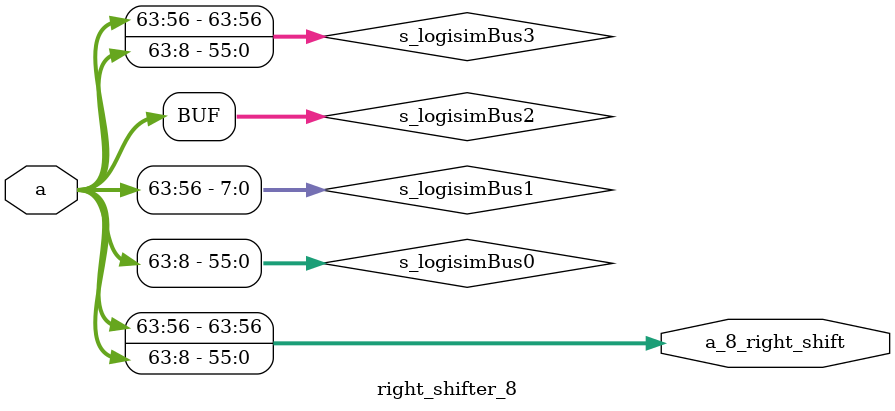
<source format=v>
/******************************************************************************
**
Logisim-evolution
goes
FPGA
automatic
generated
Verilog
code
**
**
https://github.com/logisim-evolution/
**
**
**
**
Component
:
right_shifter_8
**
**
**
*****************************************************************************/
module
right_shifter_8(
a,
a_8_right_shift
);
/*******************************************************************************
**
The
inputs
are
defined
here
**
*******************************************************************************/
input
[63:0]
a;
/*******************************************************************************
**
The
outputs
are
defined
here
**
*******************************************************************************/
output
[63:0]
a_8_right_shift;
/*******************************************************************************
**
The
wires
are
defined
here
**
*******************************************************************************/
wire
[55:0]
s_logisimBus0;
wire
[7:0]
s_logisimBus1;
wire
[63:0]
s_logisimBus2;
wire
[63:0]
s_logisimBus3;
/*******************************************************************************
**
The
module
functionality
is
described
here
**
*******************************************************************************/
/*******************************************************************************
**
Here
all
wiring
is
defined
**
*******************************************************************************/
assign
s_logisimBus0[0]
=
s_logisimBus2[8];
assign
s_logisimBus0[10]
=
s_logisimBus2[18];
assign
s_logisimBus0[11]
=
s_logisimBus2[19];
assign
s_logisimBus0[12]
=
s_logisimBus2[20];
assign
s_logisimBus0[13]
=
s_logisimBus2[21];
assign
s_logisimBus0[14]
=
s_logisimBus2[22];
assign
s_logisimBus0[15]
=
s_logisimBus2[23];
assign
s_logisimBus0[16]
=
s_logisimBus2[24];
assign
s_logisimBus0[17]
=
s_logisimBus2[25];
assign
s_logisimBus0[18]
=
s_logisimBus2[26];
assign
s_logisimBus0[19]
=
s_logisimBus2[27];
assign
s_logisimBus0[1]
=
s_logisimBus2[9];
assign
s_logisimBus0[20]
=
s_logisimBus2[28];
assign
s_logisimBus0[21]
=
s_logisimBus2[29];
assign
s_logisimBus0[22]
=
s_logisimBus2[30];
assign
s_logisimBus0[23]
=
s_logisimBus2[31];
assign
s_logisimBus0[24]
=
s_logisimBus2[32];
assign
s_logisimBus0[25]
=
s_logisimBus2[33];
assign
s_logisimBus0[26]
=
s_logisimBus2[34];
assign
s_logisimBus0[27]
=
s_logisimBus2[35];
assign
s_logisimBus0[28]
=
s_logisimBus2[36];
assign
s_logisimBus0[29]
=
s_logisimBus2[37];
assign
s_logisimBus0[2]
=
s_logisimBus2[10];
assign
s_logisimBus0[30]
=
s_logisimBus2[38];
assign
s_logisimBus0[31]
=
s_logisimBus2[39];
assign
s_logisimBus0[32]
=
s_logisimBus2[40];
assign
s_logisimBus0[33]
=
s_logisimBus2[41];
assign
s_logisimBus0[34]
=
s_logisimBus2[42];
assign
s_logisimBus0[35]
=
s_logisimBus2[43];
assign
s_logisimBus0[36]
=
s_logisimBus2[44];
assign
s_logisimBus0[37]
=
s_logisimBus2[45];
assign
s_logisimBus0[38]
=
s_logisimBus2[46];
assign
s_logisimBus0[39]
=
s_logisimBus2[47];
assign
s_logisimBus0[3]
=
s_logisimBus2[11];
assign
s_logisimBus0[40]
=
s_logisimBus2[48];
assign
s_logisimBus0[41]
=
s_logisimBus2[49];
assign
s_logisimBus0[42]
=
s_logisimBus2[50];
assign
s_logisimBus0[43]
=
s_logisimBus2[51];
assign
s_logisimBus0[44]
=
s_logisimBus2[52];
assign
s_logisimBus0[45]
=
s_logisimBus2[53];
assign
s_logisimBus0[46]
=
s_logisimBus2[54];
assign
s_logisimBus0[47]
=
s_logisimBus2[55];
assign
s_logisimBus0[48]
=
s_logisimBus2[56];
assign
s_logisimBus0[49]
=
s_logisimBus2[57];
assign
s_logisimBus0[4]
=
s_logisimBus2[12];
assign
s_logisimBus0[50]
=
s_logisimBus2[58];
assign
s_logisimBus0[51]
=
s_logisimBus2[59];
assign
s_logisimBus0[52]
=
s_logisimBus2[60];
assign
s_logisimBus0[53]
=
s_logisimBus2[61];
assign
s_logisimBus0[54]
=
s_logisimBus2[62];
assign
s_logisimBus0[55]
=
s_logisimBus2[63];
assign
s_logisimBus0[5]
=
s_logisimBus2[13];
assign
s_logisimBus0[6]
=
s_logisimBus2[14];
assign
s_logisimBus0[7]
=
s_logisimBus2[15];
assign
s_logisimBus0[8]
=
s_logisimBus2[16];
assign
s_logisimBus0[9]
=
s_logisimBus2[17];
assign
s_logisimBus1[0]
=
s_logisimBus2[56];
assign
s_logisimBus1[1]
=
s_logisimBus2[57];
assign
s_logisimBus1[2]
=
s_logisimBus2[58];
assign
s_logisimBus1[3]
=
s_logisimBus2[59];
assign
s_logisimBus1[4]
=
s_logisimBus2[60];
assign
s_logisimBus1[5]
=
s_logisimBus2[61];
assign
s_logisimBus1[6]
=
s_logisimBus2[62];
assign
s_logisimBus1[7]
=
s_logisimBus2[63];
assign
s_logisimBus3[0]
=
s_logisimBus0[0];
assign
s_logisimBus3[10]
=
s_logisimBus0[10];
assign
s_logisimBus3[11]
=
s_logisimBus0[11];
assign
s_logisimBus3[12]
=
s_logisimBus0[12];
assign
s_logisimBus3[13]
=
s_logisimBus0[13];
assign
s_logisimBus3[14]
=
s_logisimBus0[14];
assign
s_logisimBus3[15]
=
s_logisimBus0[15];
assign
s_logisimBus3[16]
=
s_logisimBus0[16];
assign
s_logisimBus3[17]
=
s_logisimBus0[17];
assign
s_logisimBus3[18]
=
s_logisimBus0[18];
assign
s_logisimBus3[19]
=
s_logisimBus0[19];
assign
s_logisimBus3[1]
=
s_logisimBus0[1];
assign
s_logisimBus3[20]
=
s_logisimBus0[20];
assign
s_logisimBus3[21]
=
s_logisimBus0[21];
assign
s_logisimBus3[22]
=
s_logisimBus0[22];
assign
s_logisimBus3[23]
=
s_logisimBus0[23];
assign
s_logisimBus3[24]
=
s_logisimBus0[24];
assign
s_logisimBus3[25]
=
s_logisimBus0[25];
assign
s_logisimBus3[26]
=
s_logisimBus0[26];
assign
s_logisimBus3[27]
=
s_logisimBus0[27];
assign
s_logisimBus3[28]
=
s_logisimBus0[28];
assign
s_logisimBus3[29]
=
s_logisimBus0[29];
assign
s_logisimBus3[2]
=
s_logisimBus0[2];
assign
s_logisimBus3[30]
=
s_logisimBus0[30];
assign
s_logisimBus3[31]
=
s_logisimBus0[31];
assign
s_logisimBus3[32]
=
s_logisimBus0[32];
assign
s_logisimBus3[33]
=
s_logisimBus0[33];
assign
s_logisimBus3[34]
=
s_logisimBus0[34];
assign
s_logisimBus3[35]
=
s_logisimBus0[35];
assign
s_logisimBus3[36]
=
s_logisimBus0[36];
assign
s_logisimBus3[37]
=
s_logisimBus0[37];
assign
s_logisimBus3[38]
=
s_logisimBus0[38];
assign
s_logisimBus3[39]
=
s_logisimBus0[39];
assign
s_logisimBus3[3]
=
s_logisimBus0[3];
assign
s_logisimBus3[40]
=
s_logisimBus0[40];
assign
s_logisimBus3[41]
=
s_logisimBus0[41];
assign
s_logisimBus3[42]
=
s_logisimBus0[42];
assign
s_logisimBus3[43]
=
s_logisimBus0[43];
assign
s_logisimBus3[44]
=
s_logisimBus0[44];
assign
s_logisimBus3[45]
=
s_logisimBus0[45];
assign
s_logisimBus3[46]
=
s_logisimBus0[46];
assign
s_logisimBus3[47]
=
s_logisimBus0[47];
assign
s_logisimBus3[48]
=
s_logisimBus0[48];
assign
s_logisimBus3[49]
=
s_logisimBus0[49];
assign
s_logisimBus3[4]
=
s_logisimBus0[4];
assign
s_logisimBus3[50]
=
s_logisimBus0[50];
assign
s_logisimBus3[51]
=
s_logisimBus0[51];
assign
s_logisimBus3[52]
=
s_logisimBus0[52];
assign
s_logisimBus3[53]
=
s_logisimBus0[53];
assign
s_logisimBus3[54]
=
s_logisimBus0[54];
assign
s_logisimBus3[55]
=
s_logisimBus0[55];
assign
s_logisimBus3[56]
=
s_logisimBus1[0];
assign
s_logisimBus3[57]
=
s_logisimBus1[1];
assign
s_logisimBus3[58]
=
s_logisimBus1[2];
assign
s_logisimBus3[59]
=
s_logisimBus1[3];
assign
s_logisimBus3[5]
=
s_logisimBus0[5];
assign
s_logisimBus3[60]
=
s_logisimBus1[4];
assign
s_logisimBus3[61]
=
s_logisimBus1[5];
assign
s_logisimBus3[62]
=
s_logisimBus1[6];
assign
s_logisimBus3[63]
=
s_logisimBus1[7];
assign
s_logisimBus3[6]
=
s_logisimBus0[6];
assign
s_logisimBus3[7]
=
s_logisimBus0[7];
assign
s_logisimBus3[8]
=
s_logisimBus0[8];
assign
s_logisimBus3[9]
=
s_logisimBus0[9];
/*******************************************************************************
**
Here
all
input
connections
are
defined
**
*******************************************************************************/
assign
s_logisimBus2[63:0]
=
a;
/*******************************************************************************
**
Here
all
output
connections
are
defined
**
*******************************************************************************/
assign
a_8_right_shift
=
s_logisimBus3[63:0];
endmodule
</source>
